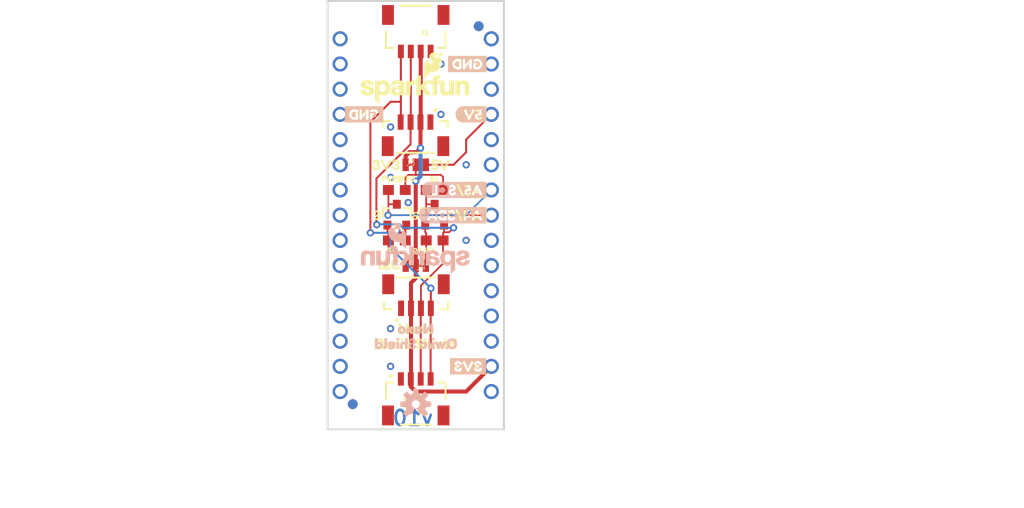
<source format=kicad_pcb>
(kicad_pcb (version 20211014) (generator pcbnew)
  (layers (0 "F.Cu" signal) (31 "B.Cu" signal) (34 "B.Paste" user) (35 "F.Paste" user) (36 "B.SilkS" user "B.Silkscreen") (37 "F.SilkS" user "F.Silkscreen") (38 "B.Mask" user) (39 "F.Mask" user) (44 "Edge.Cuts" user))
  (net 0 "")
  (net 1 "3.3V")
  (net 2 "GND")
  (net 3 "SCL")
  (net 4 "SDA")
  (net 5 "SDAJUMP")
  (net 6 "IOREF")
  (net 7 "HV_SCL")
  (net 8 "HV_SDA")
  (net 9 "5V")
  (net 10 "SCLJUMP")
  (footprint "boardEagle:SMT-JUMPER_3_1-NC_TRACE_NO-SILK" (layer "F.Cu") (at 148.5011 99.9236 180)
    (fp_text reference "PWRREF0" (at 0 -1.143 180) (layer "F.SilkS") (effects (font (size 0.48768 0.48768) (thickness 0.12192)) (justify right top)))
    (fp_text value "JUMPER-SMT_3_1-NC_TRACE_NO-SILK")
    (fp_line (start 0 0) (end 1.016 0) (layer "F.Cu") (width 0.254))
    (pad "1" smd rect (at -1.016 0 180) (size 0.635 1.27) (layers "F.Cu" "F.Mask") (net 9 "5V"))
    (pad "2" smd rect (at 0 0 180) (size 0.635 1.27) (layers "F.Cu" "F.Mask") (net 6 "IOREF"))
    (pad "3" smd rect (at 1.016 0 180) (size 0.635 1.27) (layers "F.Cu" "F.Mask") (net 1 "3.3V"))
  )
  (footprint "" (layer "F.Cu") (at 156.1211 125.3236)
    (fp_text reference "@HOLE2" hide)
    (fp_text value "" (at 0 0) (layer "F.SilkS") (effects (font (size 1.27 1.27))))
    (pad "" np_thru_hole circle (at 0 0) (size 1.778 1.778) (drill 1.778) (layers *.Cu *.Mask))
  )
  (footprint "boardEagle:JST04_1MM_RA" (layer "F.Cu") (at 148.5011 121.5136)
    (fp_text reference "J2" (at -1.397 2.159) (layer "F.SilkS") (effects (font (size 0.48768 0.48768) (thickness 0.12192)) (justify left bottom)))
    (fp_text value "QWIIC_RIGHT_ANGLE")
    (pad "1" smd rect (at -1.5 0) (size 0.6 1.35) (layers "F.Cu" "F.Paste" "F.Mask") (net 2 "GND"))
    (pad "2" smd rect (at -0.5 0) (size 0.6 1.35) (layers "F.Cu" "F.Paste" "F.Mask") (net 1 "3.3V"))
    (pad "3" smd rect (at 0.5 0) (size 0.6 1.35) (layers "F.Cu" "F.Paste" "F.Mask") (net 4 "SDA"))
    (pad "4" smd rect (at 1.5 0) (size 0.6 1.35) (layers "F.Cu" "F.Paste" "F.Mask") (net 3 "SCL"))
    (pad "NC1" smd rect (at 2.8 3.675) (size 1.2 2) (layers "F.Cu" "F.Paste" "F.Mask"))
    (pad "NC2" smd rect (at -2.8 3.675) (size 1.2 2) (layers "F.Cu" "F.Paste" "F.Mask"))
  )
  (footprint "boardEagle:GND0" (layer "F.Cu") (at 151.2951 89.7636)
    (fp_text reference "U$6" hide)
    (fp_text value "" hide)
  )
  (footprint "boardEagle:A45" (layer "F.Cu") (at 152.4381 105.0036)
    (fp_text reference "U$9" hide)
    (fp_text value "" hide)
  )
  (footprint "boardEagle:A56" (layer "F.Cu") (at 152.4381 102.4636)
    (fp_text reference "U$10" hide)
    (fp_text value "" hide)
  )
  (footprint "" (layer "F.Cu") (at 156.1211 84.6836)
    (fp_text reference "@HOLE1" hide)
    (fp_text value "" (at 0 0) (layer "F.SilkS") (effects (font (size 1.27 1.27))))
    (pad "" np_thru_hole circle (at 0 0) (size 1.778 1.778) (drill 1.778) (layers *.Cu *.Mask))
  )
  (footprint "boardEagle:0603" (layer "F.Cu") (at 146.5961 107.5436 180)
    (fp_text reference "R4" (at 0 -0.762 180) (layer "F.SilkS") (effects (font (size 0.48768 0.48768) (thickness 0.12192)) (justify right top)))
    (fp_text value "4.7k")
    (pad "1" smd rect (at -0.85 0 180) (size 1.1 1) (layers "F.Cu" "F.Paste" "F.Mask") (net 3 "SCL"))
    (pad "2" smd rect (at 0.85 0 180) (size 1.1 1) (layers "F.Cu" "F.Paste" "F.Mask") (net 10 "SCLJUMP"))
  )
  (footprint "boardEagle:QWIIC_SHIELD1" (layer "F.Cu") (at 143.4211 117.9576)
    (fp_text reference "U$1" hide)
    (fp_text value "" hide)
  )
  (footprint "boardEagle:SOT23-3" (layer "F.Cu") (at 146.5961 105.0036)
    (fp_text reference "Q2" (at -1.651 0 90) (layer "F.SilkS") (effects (font (size 0.48768 0.48768) (thickness 0.12192)) (justify bottom)))
    (fp_text value "220mA/50V/3.5Ω")
    (pad "1" smd rect (at -0.95 1) (size 0.8 0.9) (layers "F.Cu" "F.Paste" "F.Mask") (net 10 "SCLJUMP"))
    (pad "2" smd rect (at 0.95 1) (size 0.8 0.9) (layers "F.Cu" "F.Paste" "F.Mask") (net 3 "SCL"))
    (pad "3" smd rect (at 0 -1.1) (size 0.8 0.9) (layers "F.Cu" "F.Paste" "F.Mask") (net 7 "HV_SCL"))
  )
  (footprint "boardEagle:FIDUCIAL-1X2" (layer "F.Cu") (at 142.1511 124.0536)
    (fp_text reference "FD1" hide)
    (fp_text value "FIDUCIAL1X2" hide)
    (pad "1" smd roundrect (at 0 0) (size 1 1) (layers "F.Cu" "F.Mask") (roundrect_rratio 0.5))
  )
  (footprint "boardEagle:GND0" (layer "F.Cu") (at 140.8811 94.8436)
    (fp_text reference "U$5" hide)
    (fp_text value "" hide)
  )
  (footprint "boardEagle:5V0" (layer "F.Cu") (at 149.1361 99.9236)
    (fp_text reference "U$17" hide)
    (fp_text value "" hide)
  )
  (footprint "boardEagle:SMT-JUMPER_3_2-NC_TRACE_NO-SILK" (layer "F.Cu") (at 148.5011 110.0836)
    (fp_text reference "JP1" (at 0 -1.143) (layer "F.SilkS") (effects (font (size 0.48768 0.48768) (thickness 0.12192)) (justify bottom)))
    (fp_text value "JUMPER-SMT_3_2-NC_TRACE_NO-SILK")
    (fp_line (start 0 0) (end -1.016 0) (layer "F.Cu") (width 0.254))
    (fp_line (start 0 0) (end 1.016 0) (layer "F.Cu") (width 0.254))
    (pad "1" smd rect (at -1.016 0) (size 0.635 1.27) (layers "F.Cu" "F.Mask") (net 10 "SCLJUMP"))
    (pad "2" smd rect (at 0 0) (size 0.635 1.27) (layers "F.Cu" "F.Mask") (net 1 "3.3V"))
    (pad "3" smd rect (at 1.016 0) (size 0.635 1.27) (layers "F.Cu" "F.Mask") (net 5 "SDAJUMP"))
  )
  (footprint "boardEagle:CREATIVE_COMMONS" (layer "F.Cu") (at 126.9111 134.2136)
    (fp_text reference "FRAME1" hide)
    (fp_text value "FRAME-LETTER" hide)
  )
  (footprint "boardEagle:JST04_1MM_VERT" (layer "F.Cu") (at 148.5011 94.8436 180)
    (fp_text reference "J3" (at 0.016 -4.566331 180) (layer "F.SilkS") (effects (font (size 0.560832 0.560832) (thickness 0.048768)) (justify right top)))
    (fp_text value "Vertical Qwiic Connector")
    (pad "1" smd rect (at -1.478 -0.775 180) (size 0.6 1.55) (layers "F.Cu" "F.Paste" "F.Mask") (net 2 "GND"))
    (pad "2" smd rect (at -0.478 -0.775 180) (size 0.6 1.55) (layers "F.Cu" "F.Paste" "F.Mask") (net 1 "3.3V"))
    (pad "3" smd rect (at 0.522 -0.775 180) (size 0.6 1.55) (layers "F.Cu" "F.Paste" "F.Mask") (net 4 "SDA"))
    (pad "4" smd rect (at 1.522 -0.775 180) (size 0.6 1.55) (layers "F.Cu" "F.Paste" "F.Mask") (net 3 "SCL"))
    (pad "NC1" smd rect (at -2.778 -3.2 180) (size 1.2 2) (layers "F.Cu" "F.Paste" "F.Mask"))
    (pad "NC2" smd rect (at 2.822 -3.2 180) (size 1.2 2) (layers "F.Cu" "F.Paste" "F.Mask"))
  )
  (footprint "boardEagle:0603" (layer "F.Cu") (at 146.5961 102.4636)
    (fp_text reference "R3" (at 0 -0.762) (layer "F.SilkS") (effects (font (size 0.48768 0.48768) (thickness 0.12192)) (justify bottom)))
    (fp_text value "4.7k")
    (pad "1" smd rect (at -0.85 0) (size 1.1 1) (layers "F.Cu" "F.Paste" "F.Mask") (net 7 "HV_SCL"))
    (pad "2" smd rect (at 0.85 0) (size 1.1 1) (layers "F.Cu" "F.Paste" "F.Mask") (net 6 "IOREF"))
  )
  (footprint "boardEagle:5V1" (layer "F.Cu") (at 152.4381 94.8436)
    (fp_text reference "U$19" hide)
    (fp_text value "" hide)
  )
  (footprint "boardEagle:FIDUCIAL-1X2" (layer "F.Cu") (at 154.8511 85.9536)
    (fp_text reference "FD3" hide)
    (fp_text value "FIDUCIAL1X2" hide)
    (pad "1" smd roundrect (at 0 0) (size 1 1) (layers "F.Cu" "F.Mask") (roundrect_rratio 0.5))
  )
  (footprint "boardEagle:SOT23-3" (layer "F.Cu") (at 150.4061 105.0036)
    (fp_text reference "Q1" (at -1.651 0 90) (layer "F.SilkS") (effects (font (size 0.48768 0.48768) (thickness 0.12192)) (justify bottom)))
    (fp_text value "220mA/50V/3.5Ω")
    (pad "1" smd rect (at -0.95 1) (size 0.8 0.9) (layers "F.Cu" "F.Paste" "F.Mask") (net 5 "SDAJUMP"))
    (pad "2" smd rect (at 0.95 1) (size 0.8 0.9) (layers "F.Cu" "F.Paste" "F.Mask") (net 4 "SDA"))
    (pad "3" smd rect (at 0 -1.1) (size 0.8 0.9) (layers "F.Cu" "F.Paste" "F.Mask") (net 8 "HV_SDA"))
  )
  (footprint "boardEagle:NANO" (layer "F.Cu") (at 148.5011 105.0036)
    (fp_text reference "J5" hide)
    (fp_text value "NANO_FOOTPRINT" hide)
    (pad "1" thru_hole circle (at -7.62 -17.78) (size 1.524 1.524) (drill 1.016) (layers *.Cu *.Mask))
    (pad "2" thru_hole circle (at -7.62 -15.24) (size 1.524 1.524) (drill 1.016) (layers *.Cu *.Mask))
    (pad "3" thru_hole circle (at -7.62 -12.7) (size 1.524 1.524) (drill 1.016) (layers *.Cu *.Mask))
    (pad "4" thru_hole circle (at -7.62 -10.16) (size 1.524 1.524) (drill 1.016) (layers *.Cu *.Mask) (net 2 "GND"))
    (pad "5" thru_hole circle (at -7.62 -7.62) (size 1.524 1.524) (drill 1.016) (layers *.Cu *.Mask))
    (pad "6" thru_hole circle (at -7.62 -5.08) (size 1.524 1.524) (drill 1.016) (layers *.Cu *.Mask))
    (pad "7" thru_hole circle (at -7.62 -2.54) (size 1.524 1.524) (drill 1.016) (layers *.Cu *.Mask))
    (pad "8" thru_hole circle (at -7.62 0) (size 1.524 1.524) (drill 1.016) (layers *.Cu *.Mask))
    (pad "9" thru_hole circle (at -7.62 2.54) (size 1.524 1.524) (drill 1.016) (layers *.Cu *.Mask))
    (pad "10" thru_hole circle (at -7.62 5.08) (size 1.524 1.524) (drill 1.016) (layers *.Cu *.Mask))
    (pad "11" thru_hole circle (at -7.62 7.62) (size 1.524 1.524) (drill 1.016) (layers *.Cu *.Mask))
    (pad "12" thru_hole circle (at -7.62 10.16) (size 1.524 1.524) (drill 1.016) (layers *.Cu *.Mask))
    (pad "13" thru_hole circle (at -7.62 12.7) (size 1.524 1.524) (drill 1.016) (layers *.Cu *.Mask))
    (pad "14" thru_hole circle (at -7.62 15.24) (size 1.524 1.524) (drill 1.016) (layers *.Cu *.Mask))
    (pad "15" thru_hole circle (at -7.62 17.78) (size 1.524 1.524) (drill 1.016) (layers *.Cu *.Mask))
    (pad "16" thru_hole circle (at 7.62 17.78 180) (size 1.524 1.524) (drill 1.016) (layers *.Cu *.Mask))
    (pad "17" thru_hole circle (at 7.62 15.24 180) (size 1.524 1.524) (drill 1.016) (layers *.Cu *.Mask) (net 1 "3.3V"))
    (pad "18" thru_hole circle (at 7.62 12.7 180) (size 1.524 1.524) (drill 1.016) (layers *.Cu *.Mask))
    (pad "19" thru_hole circle (at 7.62 10.16 180) (size 1.524 1.524) (drill 1.016) (layers *.Cu *.Mask))
    (pad "20" thru_hole circle (at 7.62 7.62 180) (size 1.524 1.524) (drill 1.016) (layers *.Cu *.Mask))
    (pad "21" thru_hole circle (at 7.62 5.08 180) (size 1.524 1.524) (drill 1.016) (layers *.Cu *.Mask))
    (pad "22" thru_hole circle (at 7.62 2.54 180) (size 1.524 1.524) (drill 1.016) (layers *.Cu *.Mask))
    (pad "23" thru_hole circle (at 7.62 0 180) (size 1.524 1.524) (drill 1.016) (layers *.Cu *.Mask) (net 8 "HV_SDA"))
    (pad "24" thru_hole circle (at 7.62 -2.54 180) (size 1.524 1.524) (drill 1.016) (layers *.Cu *.Mask) (net 7 "HV_SCL"))
    (pad "25" thru_hole circle (at 7.62 -5.08 180) (size 1.524 1.524) (drill 1.016) (layers *.Cu *.Mask))
    (pad "26" thru_hole circle (at 7.62 -7.62 180) (size 1.524 1.524) (drill 1.016) (layers *.Cu *.Mask))
    (pad "27" thru_hole circle (at 7.62 -10.16 180) (size 1.524 1.524) (drill 1.016) (layers *.Cu *.Mask) (net 9 "5V"))
    (pad "28" thru_hole circle (at 7.62 -12.7 180) (size 1.524 1.524) (drill 1.016) (layers *.Cu *.Mask))
    (pad "29" thru_hole circle (at 7.62 -15.24 180) (size 1.524 1.524) (drill 1.016) (layers *.Cu *.Mask) (net 2 "GND"))
    (pad "30" thru_hole circle (at 7.62 -17.78 180) (size 1.524 1.524) (drill 1.016) (layers *.Cu *.Mask))
  )
  (footprint "boardEagle:I2C6" (layer "F.Cu") (at 143.8021 109.9566)
    (fp_text reference "U$11" hide)
    (fp_text value "" hide)
  )
  (footprint "boardEagle:NANO1" (layer "F.Cu") (at 145.8341 116.4336)
    (fp_text reference "U$2" hide)
    (fp_text value "" hide)
  )
  (footprint "boardEagle:JST04_1MM_RA" (layer "F.Cu") (at 148.5011 88.4936 180)
    (fp_text reference "J1" (at -1.397 2.159 180) (layer "F.SilkS") (effects (font (size 0.48768 0.48768) (thickness 0.12192)) (justify right top)))
    (fp_text value "QWIIC_RIGHT_ANGLE")
    (pad "1" smd rect (at -1.5 0 180) (size 0.6 1.35) (layers "F.Cu" "F.Paste" "F.Mask") (net 2 "GND"))
    (pad "2" smd rect (at -0.5 0 180) (size 0.6 1.35) (layers "F.Cu" "F.Paste" "F.Mask") (net 1 "3.3V"))
    (pad "3" smd rect (at 0.5 0 180) (size 0.6 1.35) (layers "F.Cu" "F.Paste" "F.Mask") (net 4 "SDA"))
    (pad "4" smd rect (at 1.5 0 180) (size 0.6 1.35) (layers "F.Cu" "F.Paste" "F.Mask") (net 3 "SCL"))
    (pad "NC1" smd rect (at 2.8 3.675 180) (size 1.2 2) (layers "F.Cu" "F.Paste" "F.Mask"))
    (pad "NC2" smd rect (at -2.8 3.675 180) (size 1.2 2) (layers "F.Cu" "F.Paste" "F.Mask"))
  )
  (footprint "boardEagle:0603" (layer "F.Cu") (at 150.4061 102.4636)
    (fp_text reference "R1" (at 0 -0.762) (layer "F.SilkS") (effects (font (size 0.48768 0.48768) (thickness 0.12192)) (justify bottom)))
    (fp_text value "4.7k")
    (pad "1" smd rect (at -0.85 0) (size 1.1 1) (layers "F.Cu" "F.Paste" "F.Mask") (net 8 "HV_SDA"))
    (pad "2" smd rect (at 0.85 0) (size 1.1 1) (layers "F.Cu" "F.Paste" "F.Mask") (net 6 "IOREF"))
  )
  (footprint "boardEagle:0603" (layer "F.Cu") (at 150.4061 107.5436 180)
    (fp_text reference "R2" (at 0 -0.762 180) (layer "F.SilkS") (effects (font (size 0.48768 0.48768) (thickness 0.12192)) (justify right top)))
    (fp_text value "4.7k")
    (pad "1" smd rect (at -0.85 0 180) (size 1.1 1) (layers "F.Cu" "F.Paste" "F.Mask") (net 4 "SDA"))
    (pad "2" smd rect (at 0.85 0 180) (size 1.1 1) (layers "F.Cu" "F.Paste" "F.Mask") (net 5 "SDAJUMP"))
  )
  (footprint "boardEagle:3V36" (layer "F.Cu") (at 151.4221 120.2436)
    (fp_text reference "U$12" hide)
    (fp_text value "" hide)
  )
  (footprint "" (layer "F.Cu") (at 140.8811 125.3236)
    (fp_text reference "@HOLE3" hide)
    (fp_text value "" (at 0 0) (layer "F.SilkS") (effects (font (size 1.27 1.27))))
    (pad "" np_thru_hole circle (at 0 0) (size 1.778 1.778) (drill 1.778) (layers *.Cu *.Mask))
  )
  (footprint "boardEagle:3V31" (layer "F.Cu") (at 143.1671 99.9236)
    (fp_text reference "U$16" hide)
    (fp_text value "" hide)
  )
  (footprint "boardEagle:SFE_LOGO_NAME_FLAME_.1" (layer "F.Cu") (at 148.5011 92.3036)
    (fp_text reference "LOGO2" hide)
    (fp_text value "SFE_LOGO_NAME_FLAME.1_INCH" hide)
  )
  (footprint "" (layer "F.Cu") (at 140.8811 84.6836)
    (fp_text reference "@HOLE0" hide)
    (fp_text value "" (at 0 0) (layer "F.SilkS") (effects (font (size 1.27 1.27))))
    (pad "" np_thru_hole circle (at 0 0) (size 1.778 1.778) (drill 1.778) (layers *.Cu *.Mask))
  )
  (footprint "boardEagle:JST04_1MM_VERT" (layer "F.Cu") (at 148.5011 115.1636)
    (fp_text reference "J4" (at 0.016 -4.566331) (layer "F.SilkS") (effects (font (size 0.560832 0.560832) (thickness 0.048768)) (justify left bottom)))
    (fp_text value "Vertical Qwiic Connector")
    (pad "1" smd rect (at -1.478 -0.775) (size 0.6 1.55) (layers "F.Cu" "F.Paste" "F.Mask") (net 2 "GND"))
    (pad "2" smd rect (at -0.478 -0.775) (size 0.6 1.55) (layers "F.Cu" "F.Paste" "F.Mask") (net 1 "3.3V"))
    (pad "3" smd rect (at 0.522 -0.775) (size 0.6 1.55) (layers "F.Cu" "F.Paste" "F.Mask") (net 4 "SDA"))
    (pad "4" smd rect (at 1.522 -0.775) (size 0.6 1.55) (layers "F.Cu" "F.Paste" "F.Mask") (net 3 "SCL"))
    (pad "NC1" smd rect (at -2.778 -3.2) (size 1.2 2) (layers "F.Cu" "F.Paste" "F.Mask"))
    (pad "NC2" smd rect (at 2.822 -3.2) (size 1.2 2) (layers "F.Cu" "F.Paste" "F.Mask"))
  )
  (footprint "boardEagle:OSHW-LOGO-S" (layer "B.Cu") (at 148.5011 124.0536 180)
    (fp_text reference "LOGO1" hide)
    (fp_text value "OSHW-LOGOS" hide)
  )
  (footprint "boardEagle:A5#SCL4" (layer "B.Cu") (at 156.1211 102.4636 180)
    (fp_text reference "U$4" hide)
    (fp_text value "" hide)
  )
  (footprint "boardEagle:GND0" (layer "B.Cu") (at 156.1211 89.7636 180)
    (fp_text reference "U$7" hide)
    (fp_text value "" hide)
  )
  (footprint "boardEagle:A4#SDA5" (layer "B.Cu") (at 156.1211 105.0036 180)
    (fp_text reference "U$3" hide)
    (fp_text value "" hide)
  )
  (footprint "boardEagle:FIDUCIAL-1X2" (layer "B.Cu") (at 154.8511 85.9536 180)
    (fp_text reference "FD4" hide)
    (fp_text value "FIDUCIAL1X2" hide)
    (pad "1" smd roundrect (at 0 0 180) (size 1 1) (layers "B.Cu" "B.Mask") (roundrect_rratio 0.5))
  )
  (footprint "boardEagle:FIDUCIAL-1X2" (layer "B.Cu") (at 142.1511 124.0536 180)
    (fp_text reference "FD2" hide)
    (fp_text value "FIDUCIAL1X2" hide)
    (pad "1" smd roundrect (at 0 0 180) (size 1 1) (layers "B.Cu" "B.Mask") (roundrect_rratio 0.5))
  )
  (footprint "boardEagle:QWIIC_SHIELD1" (layer "B.Cu") (at 153.5811 117.9576 180)
    (fp_text reference "U$15" hide)
    (fp_text value "" hide)
  )
  (footprint "boardEagle:SFE_LOGO_NAME_FLAME_.1" (layer "B.Cu") (at 148.3741 109.4486 180)
    (fp_text reference "LOGO3" hide)
    (fp_text value "SFE_LOGO_NAME_FLAME.1_INCH" hide)
  )
  (footprint "boardEagle:3V36" (layer "B.Cu") (at 156.1211 120.2436 180)
    (fp_text reference "U$13" hide)
    (fp_text value "" hide)
  )
  (footprint "boardEagle:5V0" (layer "B.Cu") (at 156.1211 94.8436 180)
    (fp_text reference "U$18" hide)
    (fp_text value "" hide)
  )
  (footprint "boardEagle:GND0" (layer "B.Cu") (at 145.7071 94.8436 180)
    (fp_text reference "U$8" hide)
    (fp_text value "" hide)
  )
  (footprint "boardEagle:NANO1" (layer "B.Cu") (at 151.1681 116.4336 180)
    (fp_text reference "U$14" hide)
    (fp_text value "" hide)
  )
  (gr_line (start 139.6111 126.5936) (end 157.3911 126.5936) (layer "Edge.Cuts") (width 0.2032))
  (gr_line (start 157.3911 126.5936) (end 157.3911 83.4136) (layer "Edge.Cuts") (width 0.2032))
  (gr_line (start 157.3911 83.4136) (end 139.6111 83.4136) (layer "Edge.Cuts") (width 0.2032))
  (gr_line (start 139.6111 83.4136) (end 139.6111 126.5936) (layer "Edge.Cuts") (width 0.2032))
  (gr_text "v10" (at 150.4061 126.3396) (layer "B.Cu") (effects (font (size 1.5113 1.5113) (thickness 0.2667)) (justify left bottom mirror)))
  (segment (start 148.0231 114.3886) (end 148.0231 111.8316) (width 0.4064) (layer "F.Cu") (net 1))
  (segment (start 149.0011 88.4936) (end 149.0011 95.5966) (width 0.4064) (layer "F.Cu") (net 1))
  (segment (start 148.0231 114.3886) (end 148.0231 121.4916) (width 0.4064) (layer "F.Cu") (net 1))
  (segment (start 147.8661 98.6536) (end 147.4851 99.0346) (width 0.4064) (layer "F.Cu") (net 1))
  (segment (start 148.5011 110.0836) (end 148.5011 101.5746) (width 0.4064) (layer "F.Cu") (net 1))
  (segment (start 149.0011 95.5966) (end 148.9791 95.6186) (width 0.2032) (layer "F.Cu") (net 1))
  (segment (start 148.5681 98.6536) (end 147.8661 98.6536) (width 0.4064) (layer "F.Cu") (net 1))
  (segment (start 148.0011 121.5136) (end 148.0011 122.2836) (width 0.4064) (layer "F.Cu") (net 1))
  (segment (start 148.9791 95.6186) (end 148.9791 98.2426) (width 0.4064) (layer "F.Cu") (net 1))
  (segment (start 148.5011 122.7836) (end 153.5811 122.7836) (width 0.4064) (layer "F.Cu") (net 1))
  (segment (start 153.5811 122.7836) (end 156.1211 120.2436) (width 0.4064) (layer "F.Cu") (net 1))
  (segment (start 148.0231 121.4916) (end 148.0011 121.5136) (width 0.2032) (layer "F.Cu") (net 1))
  (segment (start 147.4851 99.0346) (end 147.4851 99.9236) (width 0.4064) (layer "F.Cu") (net 1))
  (segment (start 148.0011 122.2836) (end 148.5011 122.7836) (width 0.4064) (layer "F.Cu") (net 1))
  (segment (start 148.5011 111.3536) (end 148.5011 110.0836) (width 0.4064) (layer "F.Cu") (net 1))
  (segment (start 148.0231 111.8316) (end 148.5011 111.3536) (width 0.4064) (layer "F.Cu") (net 1))
  (segment (start 148.9791 98.2426) (end 148.5681 98.6536) (width 0.4064) (layer "F.Cu") (net 1))
  (via (at 148.5011 101.5746) (size 0.7366) (drill 0.381) (layers "F.Cu" "B.Cu") (net 1))
  (via (at 148.9791 98.2426) (size 0.7366) (drill 0.381) (layers "F.Cu" "B.Cu") (net 1))
  (segment (start 148.9791 101.0966) (end 148.9791 98.2426) (width 0.4064) (layer "B.Cu") (net 1))
  (segment (start 148.5011 101.5746) (end 148.9791 101.0966) (width 0.4064) (layer "B.Cu") (net 1))
  (via (at 145.9611 96.1136) (size 0.7366) (drill 0.381) (layers "F.Cu" "B.Cu") (net 2))
  (via (at 145.9611 101.1936) (size 0.7366) (drill 0.381) (layers "F.Cu" "B.Cu") (net 2))
  (via (at 151.0411 89.7636) (size 0.7366) (drill 0.381) (layers "F.Cu" "B.Cu") (net 2))
  (via (at 153.5811 107.5436) (size 0.7366) (drill 0.381) (layers "F.Cu" "B.Cu") (net 2))
  (via (at 151.0411 94.8436) (size 0.7366) (drill 0.381) (layers "F.Cu" "B.Cu") (net 2))
  (via (at 145.9611 116.4336) (size 0.7366) (drill 0.381) (layers "F.Cu" "B.Cu") (net 2))
  (via (at 153.5811 99.9236) (size 0.7366) (drill 0.381) (layers "F.Cu" "B.Cu") (net 2))
  (via (at 145.9611 120.2436) (size 0.7366) (drill 0.381) (layers "F.Cu" "B.Cu") (net 2))
  (via (at 147.7391 103.7336) (size 0.7366) (drill 0.381) (layers "F.Cu" "B.Cu") (net 2))
  (segment (start 147.0011 93.5736) (end 147.0011 95.5966) (width 0.2032) (layer "F.Cu") (net 3))
  (segment (start 146.5922 106.5674) (end 146.8064 106.7816) (width 0.2032) (layer "F.Cu") (net 3))
  (segment (start 147.4461 107.5436) (end 147.4461 106.7816) (width 0.2032) (layer "F.Cu") (net 3))
  (segment (start 150.0231 114.3886) (end 150.0231 112.3716) (width 0.2032) (layer "F.Cu") (net 3))
  (segment (start 143.9291 106.7816) (end 143.9291 95.6056) (width 0.2032) (layer "F.Cu") (net 3))
  (segment (start 143.9291 95.6056) (end 145.9611 93.5736) (width 0.2032) (layer "F.Cu") (net 3))
  (segment (start 150.0231 112.3716) (end 150.0251 112.3696) (width 0.2032) (layer "F.Cu") (net 3))
  (segment (start 147.4461 106.1036) (end 147.5461 106.0036) (width 0.2032) (layer "F.Cu") (net 3))
  (segment (start 146.8064 106.7816) (end 147.4461 106.7816) (width 0.2032) (layer "F.Cu") (net 3))
  (segment (start 147.0011 95.5966) (end 146.9791 95.6186) (width 0.2032) (layer "F.Cu") (net 3))
  (segment (start 147.0011 88.4936) (end 147.0011 93.5736) (width 0.2032) (layer "F.Cu") (net 3))
  (segment (start 150.0011 121.5136) (end 150.0011 114.4106) (width 0.2032) (layer "F.Cu") (net 3))
  (segment (start 145.9611 93.5736) (end 147.0011 93.5736) (width 0.2032) (layer "F.Cu") (net 3))
  (segment (start 150.0011 114.4106) (end 150.0231 114.3886) (width 0.2032) (layer "F.Cu") (net 3))
  (segment (start 147.4461 106.7816) (end 147.4461 106.1036) (width 0.2032) (layer "F.Cu") (net 3))
  (via (at 150.0251 112.3696) (size 0.7366) (drill 0.381) (layers "F.Cu" "B.Cu") (net 3))
  (via (at 146.5922 106.5674) (size 0.7366) (drill 0.381) (layers "F.Cu" "B.Cu") (net 3))
  (via (at 143.9291 106.7816) (size 0.7366) (drill 0.381) (layers "F.Cu" "B.Cu") (net 3))
  (segment (start 145.9611 106.7816) (end 146.378 106.7816) (width 0.2032) (layer "B.Cu") (net 3))
  (segment (start 146.378 106.7816) (end 146.5922 106.5674) (width 0.2032) (layer "B.Cu") (net 3))
  (segment (start 150.0251 112.3696) (end 145.9611 108.3056) (width 0.2032) (layer "B.Cu") (net 3))
  (segment (start 145.9611 108.3056) (end 145.9611 106.7816) (width 0.2032) (layer "B.Cu") (net 3))
  (segment (start 143.9291 106.7816) (end 145.9611 106.7816) (width 0.2032) (layer "B.Cu") (net 3))
  (segment (start 148.0011 95.5966) (end 147.9791 95.6186) (width 0.2032) (layer "F.Cu") (net 4))
  (segment (start 151.8641 106.7206) (end 152.3111 106.2736) (width 0.1778) (layer "F.Cu") (net 4))
  (segment (start 149.0011 114.4106) (end 149.0231 114.3886) (width 0.2032) (layer "F.Cu") (net 4))
  (segment (start 151.3561 106.7206) (end 151.8641 106.7206) (width 0.1778) (layer "F.Cu") (net 4))
  (segment (start 149.0231 112.1016) (end 149.0231 114.3886) (width 0.1778) (layer "F.Cu") (net 4))
  (segment (start 148.0011 88.4936) (end 148.0011 95.5966) (width 0.2032) (layer "F.Cu") (net 4))
  (segment (start 144.5357 101.3015) (end 144.5357 105.9175) (width 0.2032) (layer "F.Cu") (net 4))
  (segment (start 151.2561 106.8206) (end 151.3561 106.7206) (width 0.1778) (layer "F.Cu") (net 4))
  (segment (start 151.2561 109.8686) (end 149.0231 112.1016) (width 0.1778) (layer "F.Cu") (net 4))
  (segment (start 147.9791 97.8581) (end 144.5357 101.3015) (width 0.2032) (layer "F.Cu") (net 4))
  (segment (start 151.2561 107.5436) (end 151.2561 106.8206) (width 0.1778) (layer "F.Cu") (net 4))
  (segment (start 144.5357 105.9175) (end 144.5768 105.9586) (width 0.2032) (layer "F.Cu") (net 4))
  (segment (start 151.2561 107.5436) (end 151.2561 109.8686) (width 0.1778) (layer "F.Cu") (net 4))
  (segment (start 149.0011 121.5136) (end 149.0011 114.4106) (width 0.2032) (layer "F.Cu") (net 4))
  (segment (start 151.3561 106.7206) (end 151.3561 106.0036) (width 0.1778) (layer "F.Cu") (net 4))
  (segment (start 147.9791 95.6186) (end 147.9791 97.8581) (width 0.2032) (layer "F.Cu") (net 4))
  (via (at 152.3111 106.2736) (size 0.7366) (drill 0.381) (layers "F.Cu" "B.Cu") (net 4))
  (via (at 144.5768 105.9586) (size 0.7366) (drill 0.381) (layers "F.Cu" "B.Cu") (net 4))
  (segment (start 144.6157 105.9197) (end 144.5768 105.9586) (width 0.2032) (layer "B.Cu") (net 4))
  (segment (start 146.860487 105.9197) (end 147.214387 106.2736) (width 0.2032) (layer "B.Cu") (net 4))
  (segment (start 147.214387 106.2736) (end 152.3111 106.2736) (width 0.2032) (layer "B.Cu") (net 4))
  (segment (start 144.6157 105.9197) (end 146.860487 105.9197) (width 0.2032) (layer "B.Cu") (net 4))
  (segment (start 149.5171 110.0836) (end 149.5171 108.8136) (width 0.1778) (layer "F.Cu") (net 5))
  (segment (start 149.4561 106.7206) (end 149.5561 106.8206) (width 0.1778) (layer "F.Cu") (net 5))
  (segment (start 149.5171 108.8136) (end 149.5561 108.7746) (width 0.1778) (layer "F.Cu") (net 5))
  (segment (start 149.4561 106.0036) (end 149.4561 106.7206) (width 0.1778) (layer "F.Cu") (net 5))
  (segment (start 149.5561 106.8206) (end 149.5561 107.5436) (width 0.1778) (layer "F.Cu") (net 5))
  (segment (start 149.5561 107.5436) (end 149.5561 108.7746) (width 0.1778) (layer "F.Cu") (net 5))
  (segment (start 148.5011 100.9396) (end 147.7391 100.9396) (width 0.1778) (layer "F.Cu") (net 6))
  (segment (start 147.4461 101.2326) (end 147.4461 102.4636) (width 0.1778) (layer "F.Cu") (net 6))
  (segment (start 151.2561 102.4636) (end 151.2561 101.1546) (width 0.1778) (layer "F.Cu") (net 6))
  (segment (start 147.7391 100.9396) (end 147.4461 101.2326) (width 0.1778) (layer "F.Cu") (net 6))
  (segment (start 151.0411 100.9396) (end 148.5011 100.9396) (width 0.1778) (layer "F.Cu") (net 6))
  (segment (start 148.5011 99.9236) (end 148.5011 100.9396) (width 0.1778) (layer "F.Cu") (net 6))
  (segment (start 151.2561 101.1546) (end 151.0411 100.9396) (width 0.1778) (layer "F.Cu") (net 6))
  (segment (start 145.7461 102.4636) (end 145.7461 103.8606) (width 0.1778) (layer "F.Cu") (net 7))
  (segment (start 145.7891 103.9036) (end 145.7461 103.8606) (width 0.1778) (layer "F.Cu") (net 7))
  (segment (start 145.7461 103.8606) (end 145.7461 104.9646) (width 0.1778) (layer "F.Cu") (net 7))
  (segment (start 145.7461 104.9646) (end 145.7071 105.0036) (width 0.1778) (layer "F.Cu") (net 7))
  (segment (start 146.5961 103.9036) (end 145.7891 103.9036) (width 0.1778) (layer "F.Cu") (net 7))
  (via (at 145.7071 105.0036) (size 0.7366) (drill 0.381) (layers "F.Cu" "B.Cu") (net 7))
  (segment (start 156.1211 102.4636) (end 153.5811 105.0036) (width 0.1778) (layer "B.Cu") (net 7))
  (segment (start 153.5811 105.0036) (end 145.7071 105.0036) (width 0.1778) (layer "B.Cu") (net 7))
  (segment (start 149.5561 104.7886) (end 149.7711 105.0036) (width 0.1778) (layer "F.Cu") (net 8))
  (segment (start 149.5561 102.4636) (end 149.5561 103.8606) (width 0.1778) (layer "F.Cu") (net 8))
  (segment (start 150.4061 103.9036) (end 149.5991 103.9036) (width 0.1778) (layer "F.Cu") (net 8))
  (segment (start 149.5561 103.8606) (end 149.5561 104.7886) (width 0.1778) (layer "F.Cu") (net 8))
  (segment (start 149.5991 103.9036) (end 149.5561 103.8606) (width 0.1778) (layer "F.Cu") (net 8))
  (segment (start 149.7711 105.0036) (end 156.1211 105.0036) (width 0.1778) (layer "F.Cu") (net 8))
  (segment (start 153.5811 98.6536) (end 152.3111 99.9236) (width 0.2032) (layer "F.Cu") (net 9))
  (segment (start 152.3111 99.9236) (end 149.5171 99.9236) (width 0.2032) (layer "F.Cu") (net 9))
  (segment (start 156.1211 94.8436) (end 153.5811 97.3836) (width 0.2032) (layer "F.Cu") (net 9))
  (segment (start 153.5811 97.3836) (end 153.5811 98.6536) (width 0.2032) (layer "F.Cu") (net 9))
  (segment (start 145.7461 106.8206) (end 145.7461 107.5436) (width 0.1778) (layer "F.Cu") (net 10))
  (segment (start 145.7461 108.5986) (end 145.9611 108.8136) (width 0.1778) (layer "F.Cu") (net 10))
  (segment (start 145.7461 106.8206) (end 145.6461 106.7206) (width 0.1778) (layer "F.Cu") (net 10))
  (segment (start 145.7461 107.5436) (end 145.7461 108.5986) (width 0.1778) (layer "F.Cu") (net 10))
  (segment (start 145.6461 106.7206) (end 145.6461 106.0036) (width 0.1778) (layer "F.Cu") (net 10))
  (segment (start 145.9611 108.8136) (end 147.2311 108.8136) (width 0.1778) (layer "F.Cu") (net 10))
  (segment (start 147.4851 109.0676) (end 147.4851 110.0836) (width 0.1778) (layer "F.Cu") (net 10))
  (segment (start 147.2311 108.8136) (end 147.4851 109.0676) (width 0.1778) (layer "F.Cu") (net 10))
)
</source>
